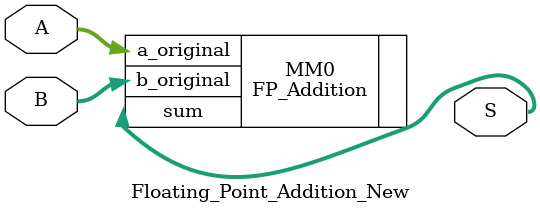
<source format=v>
module Floating_Point_Addition_New (A,B,S);
  input [31:0]A,B;
  output [31:0]S;
  
  FP_Addition MM0 (.a_original(A),.b_original(B),.sum(S));  

endmodule

</source>
